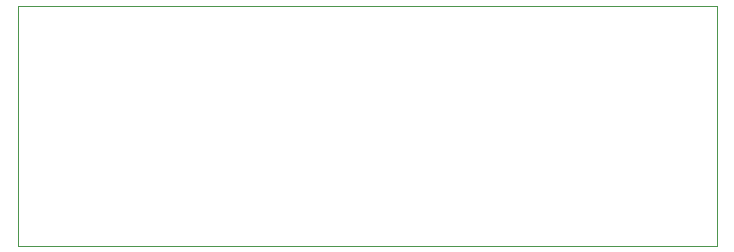
<source format=gbr>
%TF.GenerationSoftware,KiCad,Pcbnew,(6.0.0-0)*%
%TF.CreationDate,2022-07-05T21:18:16-04:00*%
%TF.ProjectId,VGA,5647412e-6b69-4636-9164-5f7063625858,rev?*%
%TF.SameCoordinates,Original*%
%TF.FileFunction,Profile,NP*%
%FSLAX46Y46*%
G04 Gerber Fmt 4.6, Leading zero omitted, Abs format (unit mm)*
G04 Created by KiCad (PCBNEW (6.0.0-0)) date 2022-07-05 21:18:16*
%MOMM*%
%LPD*%
G01*
G04 APERTURE LIST*
%TA.AperFunction,Profile*%
%ADD10C,0.050000*%
%TD*%
G04 APERTURE END LIST*
D10*
X101092000Y-87376000D02*
X160274000Y-87376000D01*
X160274000Y-87376000D02*
X160274000Y-67056000D01*
X160274000Y-67056000D02*
X101092000Y-67056000D01*
X101092000Y-67056000D02*
X101092000Y-87376000D01*
M02*

</source>
